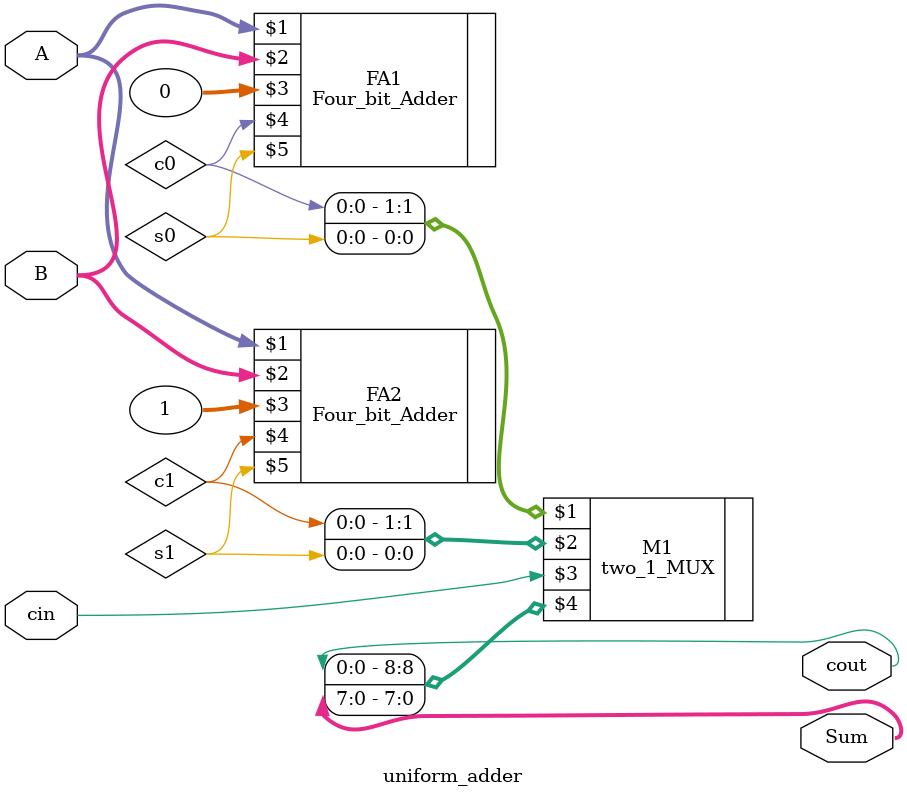
<source format=v>
`timescale 1ns / 1ps

module uniform_adder(
input [7:0] A,
input [7:0] B,
input cin,
output [7:0] Sum,
output cout
);

wire c0,c1;
wire s0,s1;


Four_bit_Adder FA1 ( A,B,0,c0,s0);
Four_bit_Adder FA2 ( A,B,1,c1,s1);

two_1_MUX M1( {c0,s0},{c1,s1},cin,{cout,Sum});



endmodule


</source>
